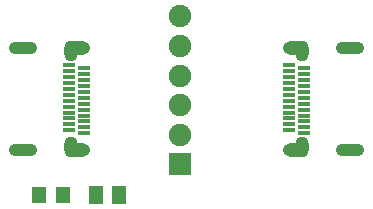
<source format=gts>
G04 Layer: TopSolderMaskLayer*
G04 EasyEDA v6.5.48, 2025-03-23 21:54:44*
G04 e818f5d5cf304f8aac4085ec7bc2d957,b9277fd2045942759ab1a28cc0c323af,10*
G04 Gerber Generator version 0.2*
G04 Scale: 100 percent, Rotated: No, Reflected: No *
G04 Dimensions in millimeters *
G04 leading zeros omitted , absolute positions ,4 integer and 5 decimal *
%FSLAX45Y45*%
%MOMM*%

%AMMACRO1*4,1,8,-0.571,-0.6759,-0.6007,-0.6459,-0.6007,0.6462,-0.571,0.6759,0.5707,0.6759,0.6007,0.6462,0.6007,-0.6459,0.5707,-0.6759,-0.571,-0.6759,0*%
%AMMACRO2*4,1,8,-0.5874,-0.7394,-0.6171,-0.7094,-0.6171,0.7097,-0.5874,0.7394,0.5871,0.7394,0.6171,0.7097,0.6171,-0.7094,0.5871,-0.7394,-0.5874,-0.7394,0*%
%AMMACRO3*4,1,8,-0.921,-0.9508,-0.9507,-0.9209,-0.9507,0.9211,-0.921,0.9508,0.9208,0.9508,0.9507,0.9211,0.9507,-0.9209,0.9208,-0.9508,-0.921,-0.9508,0*%
%AMMACRO4*4,1,8,-0.4958,-0.2002,-0.525,-0.1707,-0.525,0.1709,-0.4958,0.2002,0.4956,0.2002,0.525,0.1709,0.525,-0.1707,0.4956,-0.2002,-0.4958,-0.2002,0*%
%AMMACRO5*4,1,8,-0.4958,-0.2,-0.525,-0.1706,-0.525,0.1708,-0.4958,0.2,0.4956,0.2,0.525,0.1708,0.525,-0.1706,0.4956,-0.2,-0.4958,-0.2,0*%
%ADD10MACRO1*%
%ADD11MACRO2*%
%ADD12MACRO3*%
%ADD13C,1.9016*%
%ADD14MACRO4*%
%ADD15MACRO5*%
%ADD16O,2.4000206X1.1000232*%
%ADD17O,2.0516088X1.1015979999999999*%
%ADD18O,1.1015979999999999X1.8015966*%

%LPD*%
D10*
G01*
X1206500Y5156200D03*
G01*
X1003300Y5156200D03*
D11*
G01*
X1487487Y5156200D03*
G01*
X1687512Y5156200D03*
D12*
G01*
X2197023Y5420093D03*
D13*
G01*
X2197176Y5670295D03*
G01*
X2197176Y5920282D03*
G01*
X2197176Y6170295D03*
G01*
X2197176Y6420281D03*
G01*
X2197176Y6670294D03*
D14*
G01*
X1389049Y6231509D03*
D15*
G01*
X1389049Y6181509D03*
D14*
G01*
X1389049Y6131509D03*
D15*
G01*
X1389049Y6081509D03*
D14*
G01*
X1389049Y6031509D03*
D15*
G01*
X1389049Y5981509D03*
D14*
G01*
X1389049Y5931509D03*
D15*
G01*
X1389049Y5881509D03*
D14*
G01*
X1389049Y5831509D03*
D15*
G01*
X1389049Y5781509D03*
D14*
G01*
X1389049Y5731510D03*
D15*
G01*
X1389049Y5681510D03*
G01*
X1259052Y5706503D03*
G01*
X1259052Y5756516D03*
G01*
X1259052Y5806503D03*
G01*
X1259052Y5856516D03*
G01*
X1259052Y5906503D03*
G01*
X1259052Y5956515D03*
G01*
X1259052Y6006503D03*
G01*
X1259052Y6056515D03*
G01*
X1259052Y6106502D03*
G01*
X1259052Y6156515D03*
G01*
X1259052Y6206502D03*
G01*
X1259052Y6256515D03*
D16*
G01*
X871550Y5536996D03*
G01*
X871550Y6401003D03*
D17*
G01*
X1333500Y5537200D03*
D18*
G01*
X1277112Y5564378D03*
D17*
G01*
X1333500Y6400800D03*
D18*
G01*
X1277112Y6377178D03*
D14*
G01*
X3119450Y5706490D03*
D15*
G01*
X3119450Y5756490D03*
D14*
G01*
X3119450Y5806490D03*
D15*
G01*
X3119450Y5856490D03*
D14*
G01*
X3119450Y5906490D03*
D15*
G01*
X3119450Y5956490D03*
D14*
G01*
X3119450Y6006490D03*
D15*
G01*
X3119450Y6056490D03*
D14*
G01*
X3119450Y6106490D03*
D15*
G01*
X3119450Y6156490D03*
D14*
G01*
X3119450Y6206489D03*
D15*
G01*
X3119450Y6256489D03*
G01*
X3249447Y6231496D03*
G01*
X3249447Y6181483D03*
G01*
X3249447Y6131496D03*
G01*
X3249447Y6081483D03*
G01*
X3249447Y6031496D03*
G01*
X3249447Y5981484D03*
G01*
X3249447Y5931496D03*
G01*
X3249447Y5881484D03*
G01*
X3249447Y5831497D03*
G01*
X3249447Y5781484D03*
G01*
X3249447Y5731497D03*
G01*
X3249447Y5681484D03*
D16*
G01*
X3636949Y6401003D03*
G01*
X3636949Y5536996D03*
D17*
G01*
X3175000Y6400800D03*
D18*
G01*
X3231388Y6373621D03*
D17*
G01*
X3175000Y5537200D03*
D18*
G01*
X3231388Y5560821D03*
M02*

</source>
